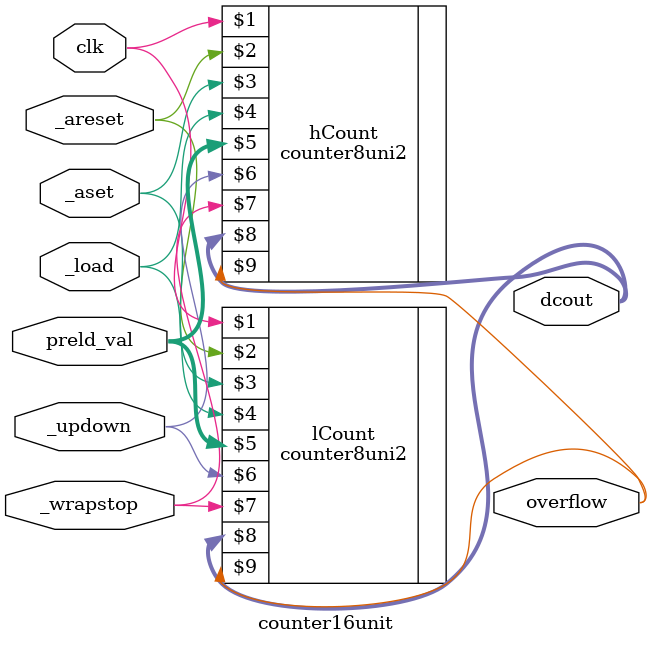
<source format=v>
`include "counter8uni2.v"

module counter16unit (clk, _areset, _aset, _load, preld_val, _updown, _wrapstop, dcout, overflow);
parameter countWidth = 8;

	input        clk, 
					_areset,
					_aset,
					_load,
					_updown, 
					_wrapstop;
	input [countWidth-1:0]  preld_val;

	output [countWidth-1:0] dcout;
	output overflow;

	wire [countWidth-1:0] tCount_M12, tCountM23;

	
	counter8uni2 hCount(clk, _areset, _aset, _load, preld_val, _updown, _wrapstop, dcout, overflow);
	counter8uni2 lCount(clk, _areset, _aset, _load, preld_val, _updown, _wrapstop, dcout, overflow);
endmodule

</source>
